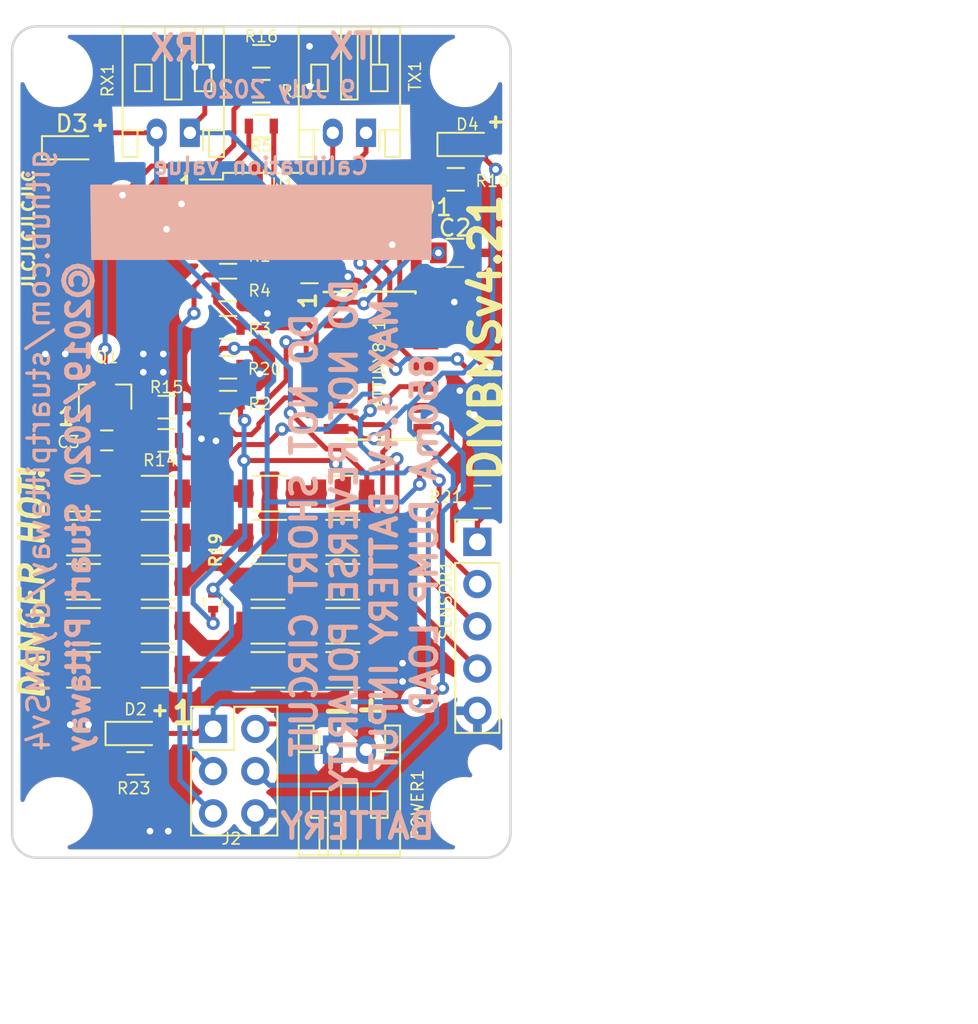
<source format=kicad_pcb>
(kicad_pcb (version 20211014) (generator pcbnew)
  (layers (0 "F.Cu" signal) (31 "B.Cu" signal) (34 "B.Paste" user) (35 "F.Paste" user) (36 "B.SilkS" user "B.Silkscreen") (37 "F.SilkS" user "F.Silkscreen") (38 "B.Mask" user) (39 "F.Mask" user) (44 "Edge.Cuts" user))
  (net 0 "")
  (net 1 "GND")
  (net 2 "VCC")
  (net 3 "RXD0")
  (net 4 "ENABLE")
  (net 5 "TXD0")
  (net 6 "Net-(R6-Pad2)")
  (net 7 "Net-(R7-Pad2)")
  (net 8 "Net-(R10-Pad1)")
  (net 9 "Net-(R11-Pad1)")
  (net 10 "Net-(R10-Pad2)")
  (net 11 "Net-(R11-Pad2)")
  (net 12 "Net-(Q1-Pad3)")
  (net 13 "Net-(D3-Pad1)")
  (net 14 "Net-(D4-Pad1)")
  (net 15 "2_VOLT")
  (net 16 "DUMP_LOAD_ENABLE")
  (net 17 "Net-(C3-Pad1)")
  (net 18 "Net-(TX1-Pad1)")
  (net 19 "Net-(TX1-Pad2)")
  (net 20 "Net-(D2-Pad1)")
  (net 21 "Net-(ATTINY841-Pad2)")
  (net 22 "Net-(ATTINY841-Pad3)")
  (net 23 "Net-(ATTINY841-Pad4)")
  (net 24 "Net-(ATTINY841-Pad5)")
  (net 25 "Net-(ATTINY841-Pad7)")
  (net 26 "Net-(ATTINY841-Pad8)")
  (net 27 "Net-(ATTINY841-Pad9)")
  (net 28 "Net-(R22-Pad2)")
  (net 29 "Net-(R24-Pad2)")
  (net 30 "Net-(R25-Pad2)")
  (net 31 "Net-(R26-Pad2)")
  (net 32 "Net-(R27-Pad2)")
  (net 33 "Net-(R28-Pad2)")
  (net 34 "Net-(R31-Pad2)")
  (net 35 "Net-(R32-Pad2)")
  (net 36 "Net-(R33-Pad2)")
  (net 37 "Net-(R5-Pad1)")
  (footprint "Resistors_SMD:R_0603" (layer "F.Cu") (at 116.9176 53.9876)
    (fp_text reference "R5")
    (fp_text value "220OHMS")
  )
  (footprint "Housings_SSOP:SOP-4_4.4x2.8mm_Pitch1.27mm" (layer "F.Cu") (at 117.0176 58.3876)
    (fp_text reference "U1")
    (fp_text value "EL3H7(B)(TA)-G")
  )
  (footprint "TO_SOT_Packages_SMD:SOT-23" (layer "F.Cu") (at 107.5176 70.2876 90)
    (fp_text reference "Q1")
    (fp_text value "AO3400A")
  )
  (footprint "Connectors_JST:JST_PH_S2B-PH-K_02x2.00mm_Angled" (layer "F.Cu") (at 121.2176 91.4876)
    (fp_text reference "POWER1")
    (fp_text value "Battery" hide)
  )
  (footprint "Connectors_JST:JST_PH_S2B-PH-K_02x2.00mm_Angled" (layer "F.Cu") (at 112.6176 54.3876 180)
    (fp_text reference "RX1")
    (fp_text value "RX Connector")
  )
  (footprint "Resistors_SMD:R_0603" (layer "F.Cu") (at 128.6176 57.1876 180)
    (fp_text reference "R18")
    (fp_text value "2.2KOHMS")
  )
  (footprint "Pin_Headers:Pin_Header_Straight_1x05_Pitch2.54mm" (layer "F.Cu") (at 129.9176 78.9876)
    (fp_text reference "SENSOR1")
    (fp_text value "Remote temp input 47K @ 25oC")
  )
  (footprint "Resistors_SMD:R_0603" (layer "F.Cu") (at 111.2176 72.8876)
    (fp_text reference "R14")
    (fp_text value "510OHMS")
  )
  (footprint "Capacitors_SMD:C_0603" (layer "F.Cu") (at 107.6176 72.8876)
    (fp_text reference "C3")
    (fp_text value "10uF X5R")
  )
  (footprint "Mounting_Holes:MountingHole_3.2mm_M3" (layer "F.Cu") (at 104.6676 95.2376)
    (fp_text reference "REF**" hide)
    (fp_text value "MountingHole_3.2mm_M3" hide)
  )
  (footprint "Mounting_Holes:MountingHole_3.2mm_M3" (layer "F.Cu") (at 129.1676 95.2376)
    (fp_text reference "REF**" hide)
    (fp_text value "MountingHole_3.2mm_M3" hide)
  )
  (footprint "Resistors_SMD:R_0603" (layer "F.Cu") (at 111.2176 70.8876)
    (fp_text reference "R15")
    (fp_text value "47KOHMS")
  )
  (footprint "Mounting_Holes:MountingHole_3.2mm_M3" (layer "F.Cu") (at 104.6676 50.7376)
    (fp_text reference "REF**" hide)
    (fp_text value "MountingHole_3.2mm_M3" hide)
  )
  (footprint "Mounting_Holes:MountingHole_3.2mm_M3" (layer "F.Cu") (at 129.1676 50.7376)
    (fp_text reference "REF**" hide)
    (fp_text value "MountingHole_3.2mm_M3" hide)
  )
  (footprint "LEDs:LED_0805" (layer "F.Cu") (at 129.3176 55.0876)
    (fp_text reference "D4")
    (fp_text value "Green")
  )
  (footprint "LEDs:LED_0805" (layer "F.Cu") (at 109.3426 90.5126)
    (fp_text reference "D2")
    (fp_text value "Blue")
  )
  (footprint "Resistors_SMD:R_0603" (layer "F.Cu") (at 109.3426 92.3126 180)
    (fp_text reference "R23")
    (fp_text value "1.8KOHMS" hide)
  )
  (footprint "Pin_Headers:Pin_Header_Straight_2x03_Pitch2.54mm" (layer "F.Cu") (at 114.0176 90.2376)
    (fp_text reference "J2")
    (fp_text value "AVR-ISP-6" hide)
  )
  (footprint "Capacitors_SMD:C_0805" (layer "F.Cu") (at 119.8176 62.5876)
    (fp_text reference "C1")
    (fp_text value "100nF")
  )
  (footprint "Resistors_SMD:R_0603" (layer "F.Cu") (at 116.9176 51.8876)
    (fp_text reference "R17")
    (fp_text value "2.2KOHMS")
  )
  (footprint "Resistors_SMD:R_0603" (layer "F.Cu") (at 116.9176 49.7876)
    (fp_text reference "R16")
    (fp_text value "4.7KOHMS")
  )
  (footprint "Connectors_JST:JST_PH_S2B-PH-K_02x2.00mm_Angled" (layer "F.Cu") (at 123.2176 54.3876 180)
    (fp_text reference "TX1")
    (fp_text value "TX Connector")
  )
  (footprint "Resistors_SMD:R_0603" (layer "F.Cu") (at 130.2176 76.2876 180)
    (fp_text reference "R21")
    (fp_text value "47KOHMS")
  )
  (footprint "Resistors_SMD:R_0603" (layer "F.Cu") (at 114.9176 70.5876)
    (fp_text reference "R2")
    (fp_text value "1KOHMS")
  )
  (footprint "Resistors_SMD:R_0603" (layer "F.Cu") (at 114.9176 63.8376)
    (fp_text reference "R4")
    (fp_text value "27KOHMS")
  )
  (footprint "Resistors_SMD:R_0603" (layer "F.Cu") (at 114.9176 66.0876)
    (fp_text reference "R3")
    (fp_text value "68KOHMS" hide)
  )
  (footprint "Housings_SOIC:SOIC-14_3.9x8.7mm_Pitch1.27mm" (layer "F.Cu") (at 124.1176 68.3876)
    (fp_text reference "ATTINY841")
    (fp_text value "ATtiny841-SSU")
  )
  (footprint "Resistors_SMD:R_0603" (layer "F.Cu") (at 114.9176 61.5876)
    (fp_text reference "R1")
    (fp_text value "10KOHMS")
  )
  (footprint "Resistors_SMD:R_1206" (layer "F.Cu") (at 110.7176 86.6876 180)
    (fp_text reference "R27" hide)
    (fp_text value "6.2OHMS")
  )
  (footprint "Resistors_SMD:R_1206" (layer "F.Cu") (at 117.3176 84.0376 180)
    (fp_text reference "R26" hide)
    (fp_text value "6.2OHMS")
  )
  (footprint "Resistors_SMD:R_1206" (layer "F.Cu") (at 110.7176 84.0376 180)
    (fp_text reference "R28" hide)
    (fp_text value "6.2OHMS")
  )
  (footprint "Resistors_SMD:R_1206" (layer "F.Cu") (at 106.2176 86.6876 180)
    (fp_text reference "R29" hide)
    (fp_text value "6.2OHMS")
  )
  (footprint "Resistors_SMD:R_1206" (layer "F.Cu") (at 106.2176 84.0376 180)
    (fp_text reference "R30" hide)
    (fp_text value "6.2OHMS")
  )
  (footprint "Resistors_SMD:R_1206" (layer "F.Cu") (at 121.8176 84.0376 180)
    (fp_text reference "R24" hide)
    (fp_text value "6.2OHMS")
  )
  (footprint "Resistors_SMD:R_1206" (layer "F.Cu") (at 117.3176 86.6876 180)
    (fp_text reference "R25" hide)
    (fp_text value "6.2OHMS")
  )
  (footprint "Resistors_SMD:R_1206" (layer "F.Cu") (at 121.8176 86.6876 180)
    (fp_text reference "R22" hide)
    (fp_text value "6.2OHMS")
  )
  (footprint "Resistors_SMD:R_1206" (layer "F.Cu") (at 106.2176 78.7376 180)
    (fp_text reference "R13" hide)
    (fp_text value "6.2OHMS")
  )
  (footprint "Resistors_SMD:R_1206" (layer "F.Cu") (at 106.2176 81.3876 180)
    (fp_text reference "R12" hide)
    (fp_text value "6.2OHMS")
  )
  (footprint "Resistors_SMD:R_1206" (layer "F.Cu") (at 110.7176 78.7376 180)
    (fp_text reference "R11" hide)
    (fp_text value "6.2OHMS")
  )
  (footprint "Resistors_SMD:R_1206" (layer "F.Cu") (at 110.7176 81.3876 180)
    (fp_text reference "R10" hide)
    (fp_text value "6.2OHMS")
  )
  (footprint "Resistors_SMD:R_1206" (layer "F.Cu") (at 117.4176 78.7376 180)
    (fp_text reference "R9" hide)
    (fp_text value "6.2OHMS")
  )
  (footprint "Resistors_SMD:R_1206" (layer "F.Cu") (at 117.3176 81.3876 180)
    (fp_text reference "R8" hide)
    (fp_text value "6.2OHMS")
  )
  (footprint "Resistors_SMD:R_1206" (layer "F.Cu") (at 121.8176 78.7376 180)
    (fp_text reference "R7" hide)
    (fp_text value "6.2OHMS")
  )
  (footprint "Resistors_SMD:R_1206" (layer "F.Cu") (at 121.8176 81.3876 180)
    (fp_text reference "R6" hide)
    (fp_text value "6.2OHMS")
  )
  (footprint "Resistors_SMD:R_0603" (layer "F.Cu") (at 114.9176 68.4876)
    (fp_text reference "R20")
    (fp_text value "47KOHMS")
  )
  (footprint "Resistors_SMD:R_1206" (layer "F.Cu") (at 121.8176 76.0876 180)
    (fp_text reference "R31" hide)
    (fp_text value "6.2OHMS")
  )
  (footprint "Resistors_SMD:R_1206" (layer "F.Cu") (at 110.7176 76.0876 180)
    (fp_text reference "R33" hide)
    (fp_text value "6.2OHMS")
  )
  (footprint "Resistors_SMD:R_1206" (layer "F.Cu") (at 117.4176 76.0876 180)
    (fp_text reference "R32" hide)
    (fp_text value "6.2OHMS")
  )
  (footprint "Resistors_SMD:R_1206" (layer "F.Cu") (at 106.2176 76.0876 180)
    (fp_text reference "R34" hide)
    (fp_text value "6.2OHMS")
  )
  (footprint "Resistors_SMD:R_0402" (layer "F.Cu") (at 114.0176 82.5876 90)
    (fp_text reference "R19")
    (fp_text value "NTC THERMISTOR 47KOHMS 4050K")
  )
  (footprint "TO_SOT_Packages_SMD:SOT-23" (layer "F.Cu") (at 124.7176 58.7876 90)
    (fp_text reference "D1")
    (fp_text value "TL432G-A-AE3-R")
  )
  (footprint "LEDs:LED_0805" (layer "F.Cu") (at 105.5176 55.2876)
    (fp_text reference "D3")
    (fp_text value "Red")
  )
  (footprint "Capacitors_SMD:C_0805" (layer "F.Cu") (at 128.57236 61.60972)
    (fp_text reference "C2")
    (fp_text value "1uF")
  )
  (gr_poly (pts (xy 106.7322 61.9876) (xy 127.103 61.9876) (xy 127.142 57.5532) (xy 106.6696 57.5532)) (layer "B.SilkS") (width 0.1) (fill solid))
  (gr_line (start 103.4176 47.9876) (end 130.4176 47.9876) (layer "Edge.Cuts") (width 0.15))
  (gr_line (start 131.9176 49.4876) (end 131.9176 96.4876) (layer "Edge.Cuts") (width 0.15))
  (gr_line (start 130.4176 97.9876) (end 103.4176 97.9876) (layer "Edge.Cuts") (width 0.15))
  (gr_line (start 101.9176 96.4876) (end 101.9176 49.4876) (layer "Edge.Cuts") (width 0.15))
  (gr_arc (start 101.9176 49.4876) (mid 102.35694 48.42694) (end 103.4176 47.9876) (layer "Edge.Cuts") (width 0.15))
  (gr_arc (start 103.4176 97.9876) (mid 102.35694 97.54826) (end 101.9176 96.4876) (layer "Edge.Cuts") (width 0.15))
  (gr_arc (start 131.9176 96.4876) (mid 131.47826 97.54826) (end 130.4176 97.9876) (layer "Edge.Cuts") (width 0.15))
  (gr_arc (start 130.4176 47.9876) (mid 131.47826 48.42694) (end 131.9176 49.4876) (layer "Edge.Cuts") (width 0.15))
  (gr_text "©2019/2020 Stuart Pittaway" (at 105.9176 76.8876 90) (layer "B.SilkS") (effects (font (size 1.3 1.3) (thickness 0.3)) (justify mirror)))
  (gr_text "github.com/stuartpittaway/diyBMSv4" (at 103.5176 73.4876 90) (layer "B.SilkS") (effects (font (size 1.3 1.3) (thickness 0.2)) (justify mirror)))
  (gr_text "9 July 2020" (at 113.2176 51.7876) (layer "B.SilkS") (effects (font (size 1 1) (thickness 0.2)) (justify right mirror)))
  (gr_text "DO NOT SHORT CIRCUIT\nDO NOT REVERSE POLARITY\nMAX 4.4V BATTERY INPUT\n850mA DUMP LOAD" (at 123.1176 78.5876 90) (layer "B.SilkS") (effects (font (size 1.5 1.5) (thickness 0.3)) (justify mirror)))
  (gr_text "Calibration value" (at 116.8804 56.3848) (layer "B.SilkS") (effects (font (size 1 1) (thickness 0.2)) (justify mirror)))
  (gr_text "RX" (at 111.7176 49.2876) (layer "B.SilkS") (effects (font (size 1.5 1.5) (thickness 0.3)) (justify mirror)))
  (gr_text "TX" (at 122.3176 49.1876) (layer "B.SilkS") (effects (font (size 1.5 1.5) (thickness 0.3)) (justify mirror)))
  (gr_text "BATTERY" (at 122.7176 96.0876) (layer "B.SilkS") (effects (font (size 1.5 1.5) (thickness 0.3)) (justify mirror)))
  (gr_text "1" (at 112.2176 89.2876) (layer "F.SilkS") (effects (font (size 1.3 1.3) (thickness 0.3))))
  (gr_text "DANGER HOT!" (at 103.1176 81.4876 90) (layer "F.SilkS") (effects (font (size 1.4 1.4) (thickness 0.3) italic)))
  (gr_text "1" (at 112.4176 57.4876) (layer "F.SilkS") (effects (font (size 1 1) (thickness 0.2))))
  (gr_text "1" (at 123.9176 61.2376) (layer "F.SilkS") (effects (font (size 1 1) (thickness 0.2))))
  (gr_text "1" (at 105.1676 71.4876) (layer "F.SilkS") (effects (font (size 1 1) (thickness 0.2))))
  (gr_text "+" (at 107.2176 53.8876) (layer "F.SilkS") (effects (font (size 0.8 0.8) (thickness 0.2))))
  (gr_text "+" (at 131.0176 53.6876) (layer "F.SilkS") (effects (font (size 0.8 0.8) (thickness 0.2))))
  (gr_text "+" (at 110.8176 89.0876) (layer "F.SilkS") (effects (font (size 0.8 0.8) (thickness 0.2))))
  (gr_text "+" (at 123.5176 88.9876) (layer "F.SilkS") (effects (font (size 1.5 1.5) (thickness 0.3))))
  (gr_text "JLCJLCJLCJLC" (at 102.9176 60.2376 90) (layer "F.SilkS") (effects (font (size 0.7 0.7) (thickness 0.17))))
  (gr_text "DIYBMSv4.21" (at 130.4176 57.8876 90) (layer "F.SilkS") (effects (font (size 1.8 1.8) (thickness 0.38)) (justify right)))
  (gr_text "-" (at 121.5176 89.2876 180) (layer "F.SilkS") (effects (font (size 1.5 1.5) (thickness 0.3))))
  (gr_text "1" (at 119.7176 64.4876 90) (layer "F.SilkS") (effects (font (size 1 1) (thickness 0.2))))
  (segment (start 120.2176 94.3376) (end 120.2176 95.0376) (width 1) (layer "F.Cu") (net 1))
  (segment (start 130.17345 75.505384) (end 130.17345 74.939699) (width 0.3) (layer "F.Cu") (net 1))
  (segment (start 121.6737 62.5876) (end 121.725841 62.639741) (width 0.3) (layer "F.Cu") (net 1))
  (segment (start 130.0176 76.2876) (end 130.17345 76.13175) (width 0.3) (layer "F.Cu") (net 1))
  (segment (start 130.17345 76.13175) (end 130.17345 75.505384) (width 0.3) (layer "F.Cu") (net 1))
  (segment (start 128.52294 64.5776) (end 128.53172 64.56882) (width 0.3) (layer "F.Cu") (net 1))
  (segment (start 115.6676 68.4876) (end 116.417601 68.487601) (width 0.3) (layer "F.Cu") (net 1))
  (segment (start 121.2176 91.4876) (end 121.2176 92.1376) (width 0.3) (layer "F.Cu") (net 1))
  (segment (start 121.2176 92.1376) (end 118.0376 95.3176) (width 0.3) (layer "F.Cu") (net 1))
  (segment (start 116.417601 68.487601) (end 116.8176 68.8876) (width 0.3) (layer "F.Cu") (net 1))
  (segment (start 108.3676 71.3876) (end 108.4676 71.2876) (width 0.3) (layer "F.Cu") (net 1))
  (segment (start 121.2176 93.3376) (end 120.2176 94.3376) (width 1) (layer "F.Cu") (net 1))
  (segment (start 108.3676 72.8876) (end 108.3676 71.3876) (width 0.3) (layer "F.Cu") (net 1))
  (segment (start 121.2176 91.4876) (end 121.2176 93.3376) (width 1) (layer "F.Cu") (net 1))
  (segment (start 118.0376 95.3176) (end 116.5576 95.3176) (width 0.3) (layer "F.Cu") (net 1))
  (segment (start 126.8176 64.5776) (end 128.52294 64.5776) (width 0.3) (layer "F.Cu") (net 1))
  (segment (start 129.4676 76.2876) (end 130.0176 76.2876) (width 0.3) (layer "F.Cu") (net 1))
  (segment (start 120.8176 62.5876) (end 121.6737 62.5876) (width 0.3) (layer "F.Cu") (net 1))
  (segment (start 121.725841 62.639741) (end 122.12584 63.03974) (width 0.3) (layer "F.Cu") (net 1))
  (via (at 109.8176 68.7876) (size 0.8) (drill 0.4) (layers "F.Cu" "B.Cu") (net 1))
  (via (at 111.0176 68.7876) (size 0.8) (drill 0.4) (layers "F.Cu" "B.Cu") (net 1))
  (via (at 103.9176 67.6876) (size 0.8) (drill 0.4) (layers "F.Cu" "B.Cu") (net 1))
  (via (at 105.1176 67.6876) (size 0.8) (drill 0.4) (layers "F.Cu" "B.Cu") (net 1))
  (via (at 113.3176 72.7876) (size 0.8) (drill 0.4) (layers "F.Cu" "B.Cu") (net 1))
  (via (at 113.934889 50.409368) (size 0.8) (drill 0.4) (layers "F.Cu" "B.Cu") (net 1))
  (via (at 112.9176 50.43761) (size 0.8) (drill 0.4) (layers "F.Cu" "B.Cu") (net 1))
  (via (at 117.287772 65.254798) (size 0.8) (drill 0.4) (layers "F.Cu" "B.Cu") (net 1))
  (via (at 112.1176 58.6626) (size 0.8) (drill 0.4) (layers "F.Cu" "B.Cu") (net 1))
  (via (at 128.53172 64.56882) (size 0.8) (drill 0.4) (layers "F.Cu" "B.Cu") (net 1))
  (via (at 116.8176 68.8876) (size 0.8) (drill 0.4) (layers "F.Cu" "B.Cu") (net 1))
  (via (at 106.5176 89.9876) (size 0.8) (drill 0.4) (layers "F.Cu" "B.Cu") (net 1))
  (via (at 125.4176 87.3876) (size 0.8) (drill 0.4) (layers "F.Cu" "B.Cu") (net 1))
  (via (at 129.73314 71.34046) (size 0.8) (drill 0.4) (layers "F.Cu" "B.Cu") (net 1))
  (via (at 130.67294 68.46772) (size 0.8) (drill 0.4) (layers "F.Cu" "B.Cu") (net 1))
  (via (at 110.2176 96.3876) (size 0.8) (drill 0.4) (layers "F.Cu" "B.Cu") (net 1))
  (via (at 125.4176 86.2876) (size 0.8) (drill 0.4) (layers "F.Cu" "B.Cu") (net 1))
  (via (at 111.3176 96.3876) (size 0.8) (drill 0.4) (layers "F.Cu" "B.Cu") (net 1))
  (via (at 128.86192 69.89774) (size 0.8) (drill 0.4) (layers "F.Cu" "B.Cu") (net 1))
  (via (at 119.8176 49.1876) (size 0.8) (drill 0.4) (layers "F.Cu" "B.Cu") (net 1))
  (via (at 122.12584 63.03974) (size 0.8) (drill 0.4) (layers "F.Cu" "B.Cu") (net 1))
  (via (at 105.4176 89.9876) (size 0.8) (drill 0.4) (layers "F.Cu" "B.Cu") (net 1))
  (via (at 109.8176 67.6876) (size 0.8) (drill 0.4) (layers "F.Cu" "B.Cu") (net 1))
  (via (at 119.8176 51.5876) (size 0.8) (drill 0.4) (layers "F.Cu" "B.Cu") (net 1))
  (via (at 114.18755 72.91765) (size 0.8) (drill 0.4) (layers "F.Cu" "B.Cu") (net 1))
  (via (at 111.0176 67.6876) (size 0.8) (drill 0.4) (layers "F.Cu" "B.Cu") (net 1))
  (segment (start 123.2176 86.7376) (end 123.2676 86.6876) (width 1) (layer "F.Cu") (net 2))
  (segment (start 123.2676 86.6876) (end 123.2676 84.0376) (width 1) (layer "F.Cu") (net 2))
  (segment (start 114.1676 61.5876) (end 112.6176 61.5876) (width 0.3) (layer "F.Cu") (net 2))
  (segment (start 121.917601 89.937601) (end 123.2176 91.2376) (width 0.3) (layer "F.Cu") (net 2))
  (segment (start 118.8176 62.5876) (end 118.8176 63.0276) (width 0.3) (layer "F.Cu") (net 2))
  (segment (start 107.5176 54.3876) (end 106.6176 55.2876) (width 0.3) (layer "F.Cu") (net 2))
  (segment (start 123.2676 78.7376) (end 123.2676 81.3876) (width 1) (layer "F.Cu") (net 2))
  (segment (start 121.4176 64.5776) (end 122.99568 64.5776) (width 0.3) (layer "F.Cu") (net 2))
  (segment (start 123.2176 91.4876) (end 123.2176 86.7376) (width 1) (layer "F.Cu") (net 2))
  (segment (start 110.6176 54.3876) (end 107.5176 54.3876) (width 0.3) (layer "F.Cu") (net 2))
  (segment (start 114.867601 60.687599) (end 114.1676 61.3876) (width 0.3) (layer "F.Cu") (net 2))
  (segment (start 118.0176 62.5876) (end 116.117599 60.687599) (width 0.3) (layer "F.Cu") (net 2))
  (segment (start 123.2676 81.3876) (end 123.2676 84.0376) (width 1) (layer "F.Cu") (net 2))
  (segment (start 123.2176 91.2376) (end 123.2176 91.4876) (width 0.3) (layer "F.Cu") (net 2))
  (segment (start 118.8176 63.0276) (end 120.3676 64.5776) (width 0.3) (layer "F.Cu") (net 2))
  (segment (start 120.83548 73.40548) (end 118.668648 71.238648) (width 0.3) (layer "F.Cu") (net 2))
  (segment (start 123.2676 76.0876) (end 123.2676 74.97904) (width 0.3) (layer "F.Cu") (net 2))
  (segment (start 120.3676 64.5776) (end 121.4176 64.5776) (width 0.3) (layer "F.Cu") (net 2))
  (segment (start 122.99568 64.5776) (end 123.08342 64.66534) (width 0.3) (layer "F.Cu") (net 2))
  (segment (start 123.2676 76.0876) (end 123.2676 78.7376) (width 1) (layer "F.Cu") (net 2))
  (segment (start 116.117599 60.687599) (end 114.867601 60.687599) (width 0.3) (layer "F.Cu") (net 2))
  (segment (start 114.1676 61.3876) (end 114.1676 61.5876) (width 0.3) (layer "F.Cu") (net 2))
  (segment (start 116.857599 89.937601) (end 121.917601 89.937601) (width 0.3) (layer "F.Cu") (net 2))
  (segment (start 112.6176 61.5876) (end 111.2176 60.1876) (width 0.3) (layer "F.Cu") (net 2))
  (segment (start 123.2676 74.97904) (end 121.69404 73.40548) (width 0.3) (layer "F.Cu") (net 2))
  (segment (start 118.8176 62.5876) (end 118.0176 62.5876) (width 0.3) (layer "F.Cu") (net 2))
  (segment (start 121.69404 73.40548) (end 120.83548 73.40548) (width 0.3) (layer "F.Cu") (net 2))
  (segment (start 116.5576 90.2376) (end 116.857599 89.937601) (width 0.3) (layer "F.Cu") (net 2))
  (via (at 127.57236 61.60972) (size 0.8) (drill 0.4) (layers "F.Cu" "B.Cu") (net 2))
  (via (at 111.2176 60.1876) (size 0.8) (drill 0.4) (layers "F.Cu" "B.Cu") (net 2))
  (via (at 123.08342 64.66534) (size 0.8) (drill 0.4) (layers "F.Cu" "B.Cu") (net 2))
  (via (at 118.668648 71.238648) (size 0.8) (drill 0.4) (layers "F.Cu" "B.Cu") (net 2))
  (segment (start 127.57236 61.60972) (end 126.13904 61.60972) (width 0.3) (layer "B.Cu") (net 2))
  (segment (start 123.483419 64.265341) (end 123.08342 64.66534) (width 0.3) (layer "B.Cu") (net 2))
  (segment (start 111.2176 61.129855) (end 118.668648 68.580903) (width 0.3) (layer "B.Cu") (net 2))
  (segment (start 110.6176 59.5876) (end 111.2176 60.1876) (width 0.3) (layer "B.Cu") (net 2))
  (segment (start 118.668648 68.580903) (end 118.668648 71.238648) (width 0.3) (layer "B.Cu") (net 2))
  (segment (start 110.6176 54.3876) (end 110.6176 59.5876) (width 0.3) (layer "B.Cu") (net 2))
  (segment (start 126.13904 61.60972) (end 123.483419 64.265341) (width 0.3) (layer "B.Cu") (net 2))
  (segment (start 111.2176 60.1876) (end 111.2176 61.129855) (width 0.3) (layer "B.Cu") (net 2))
  (segment (start 113.5176 52.667598) (end 113.5176 53.2376) (width 0.3) (layer "F.Cu") (net 3))
  (segment (start 116.867601 50.787599) (end 115.397599 50.787599) (width 0.3) (layer "F.Cu") (net 3))
  (segment (start 115.397599 50.787599) (end 113.5176 52.667598) (width 0.3) (layer "F.Cu") (net 3))
  (segment (start 126.3676 68.3876) (end 124.050018 66.070018) (width 0.3) (layer "F.Cu") (net 3))
  (segment (start 117.6676 49.7876) (end 117.6676 49.9876) (width 0.3) (layer "F.Cu") (net 3))
  (segment (start 123.265259 62.625316) (end 122.86526 62.225317) (width 0.3) (layer "F.Cu") (net 3))
  (segment (start 112.6176 54.1376) (end 112.6176 54.3876) (width 0.3) (layer "F.Cu") (net 3))
  (segment (start 117.6676 49.9876) (end 116.867601 50.787599) (width 0.3) (layer "F.Cu") (net 3))
  (segment (start 126.8176 68.3876) (end 126.3676 68.3876) (width 0.3) (layer "F.Cu") (net 3))
  (segment (start 124.050018 66.070018) (end 124.050018 63.410075) (width 0.3) (layer "F.Cu") (net 3))
  (segment (start 113.5176 53.2376) (end 112.6176 54.1376) (width 0.3) (layer "F.Cu") (net 3))
  (segment (start 124.050018 63.410075) (end 123.265259 62.625316) (width 0.3) (layer "F.Cu") (net 3))
  (via (at 122.86526 62.225317) (size 0.8) (drill 0.4) (layers "F.Cu" "B.Cu") (net 3))
  (segment (start 122.465261 61.825318) (end 122.86526 62.225317) (width 0.3) (layer "B.Cu") (net 3))
  (segment (start 115.027543 54.3876) (end 122.465261 61.825318) (width 0.3) (layer "B.Cu") (net 3))
  (segment (start 112.6176 54.3876) (end 115.027543 54.3876) (width 0.3) (layer "B.Cu") (net 3))
  (segment (start 124.248814 71.936911) (end 123.060312 71.936911) (width 0.3) (layer "F.Cu") (net 4))
  (segment (start 118.335602 70.3276) (end 116.767601 71.895601) (width 0.3) (layer "F.Cu") (net 4))
  (segment (start 114.1676 70.2376) (end 114.1676 70.5876) (width 0.3) (layer "F.Cu") (net 4))
  (segment (start 121.4176 70.9276) (end 120.3676 70.9276) (width 0.3) (layer "F.Cu") (net 4))
  (segment (start 116.325601 72.537601) (end 115.367601 72.537601) (width 0.3) (layer "F.Cu") (net 4))
  (segment (start 124.593078 72.281175) (end 124.248814 71.936911) (width 0.3) (layer "F.Cu") (net 4))
  (segment (start 124.593078 73.220998) (end 124.593078 72.281175) (width 0.3) (layer "F.Cu") (net 4))
  (segment (start 114.1676 66.8376) (end 113.1176 67.8876) (width 0.3) (layer "F.Cu") (net 4))
  (segment (start 116.767601 71.895601) (end 116.767601 72.095601) (width 0.3) (layer "F.Cu") (net 4))
  (segment (start 115.367601 72.537601) (end 114.1676 71.3376) (width 0.3) (layer "F.Cu") (net 4))
  (segment (start 122.651001 71.5276) (end 122.4676 71.5276) (width 0.3) (layer "F.Cu") (net 4))
  (segment (start 113.1176 67.8876) (end 113.1176 69.1876) (width 0.3) (layer "F.Cu") (net 4))
  (segment (start 113.1176 69.1876) (end 114.1676 70.2376) (width 0.3) (layer "F.Cu") (net 4))
  (segment (start 124.227318 73.586758) (end 124.593078 73.220998) (width 0.3) (layer "F.Cu") (net 4))
  (segment (start 129.9176 86.6076) (end 124.227318 80.917318) (width 0.3) (layer "F.Cu") (net 4))
  (segment (start 124.227318 80.917318) (end 124.227318 73.586758) (width 0.3) (layer "F.Cu") (net 4))
  (segment (start 123.060312 71.936911) (end 122.651001 71.5276) (width 0.3) (layer "F.Cu") (net 4))
  (segment (start 122.4676 71.5276) (end 121.8676 70.9276) (width 0.3) (layer "F.Cu") (net 4))
  (segment (start 114.1676 71.3376) (end 114.1676 70.5876) (width 0.3) (layer "F.Cu") (net 4))
  (segment (start 116.767601 72.095601) (end 116.325601 72.537601) (width 0.3) (layer "F.Cu") (net 4))
  (segment (start 120.3676 70.9276) (end 119.7676 70.3276) (width 0.3) (layer "F.Cu") (net 4))
  (segment (start 114.1676 66.0876) (end 114.1676 66.8376) (width 0.3) (layer "F.Cu") (net 4))
  (segment (start 119.7676 70.3276) (end 118.335602 70.3276) (width 0.3) (layer "F.Cu") (net 4))
  (segment (start 121.8676 70.9276) (end 121.4176 70.9276) (width 0.3) (layer "F.Cu") (net 4))
  (segment (start 122.21634 60.358398) (end 118.804418 60.358398) (width 0.3) (layer "F.Cu") (net 5))
  (segment (start 124.650029 65.400029) (end 124.650029 62.792087) (width 0.3) (layer "F.Cu") (net 5))
  (segment (start 126.3676 67.1176) (end 124.650029 65.400029) (width 0.3) (layer "F.Cu") (net 5))
  (segment (start 118.804418 60.358398) (end 117.6676 59.22158) (width 0.3) (layer "F.Cu") (net 5))
  (segment (start 124.650029 62.792087) (end 122.21634 60.358398) (width 0.3) (layer "F.Cu") (net 5))
  (segment (start 117.6676 59.22158) (end 117.6676 54.7376) (width 0.3) (layer "F.Cu") (net 5))
  (segment (start 117.6676 54.7376) (end 117.6676 53.9876) (width 0.3) (layer "F.Cu") (net 5))
  (segment (start 126.8176 67.1176) (end 126.3676 67.1176) (width 0.3) (layer "F.Cu") (net 5))
  (segment (start 118.7676 81.3876) (end 120.3676 81.3876) (width 1) (layer "F.Cu") (net 6))
  (segment (start 118.8676 78.6876) (end 120.3676 78.6876) (width 1) (layer "F.Cu") (net 7))
  (segment (start 113.417589 80.237611) (end 114.617611 80.237611) (width 1) (layer "F.Cu") (net 8))
  (segment (start 112.1676 81.4876) (end 113.417589 80.237611) (width 1) (layer "F.Cu") (net 8))
  (segment (start 114.617611 80.237611) (end 115.8676 81.4876) (width 1) (layer "F.Cu") (net 8))
  (segment (start 115.9676 78.7376) (end 112.1676 78.7376) (width 1) (layer "F.Cu") (net 9))
  (segment (start 109.2676 81.3876) (end 107.6676 81.3876) (width 1) (layer "F.Cu") (net 10))
  (segment (start 107.6676 78.7376) (end 109.2676 78.7376) (width 1) (layer "F.Cu") (net 11))
  (segment (start 106.117598 69.0876) (end 107.3176 69.0876) (width 1) (layer "F.Cu") (net 12))
  (segment (start 114.0176 56.3876) (end 110.3176 56.3876) (width 0.3) (layer "F.Cu") (net 12))
  (segment (start 107.3176 69.0876) (end 107.5176 69.2876) (width 1) (layer "F.Cu") (net 12))
  (segment (start 104.7676 86.6876) (end 104.624909 86.544909) (width 1) (layer "F.Cu") (net 12))
  (segment (start 104.624909 71.443451) (end 104.99918 71.06918) (width 1) (layer "F.Cu") (net 12))
  (segment (start 115.267599 55.137601) (end 114.0176 56.3876) (width 0.3) (layer "F.Cu") (net 12))
  (segment (start 104.99918 70.206018) (end 106.117598 69.0876) (width 1) (layer "F.Cu") (net 12))
  (segment (start 116.1676 52.0876) (end 115.267599 52.987601) (width 0.3) (layer "F.Cu") (net 12))
  (segment (start 107.5176 69.2876) (end 107.5176 67.387598) (width 0.3) (layer "F.Cu") (net 12))
  (segment (start 110.3176 56.3876) (end 108.5676 58.1376) (width 0.3) (layer "F.Cu") (net 12))
  (segment (start 115.267599 52.987601) (end 115.267599 55.137601) (width 0.3) (layer "F.Cu") (net 12))
  (segment (start 104.624909 86.544909) (end 104.624909 71.443451) (width 1) (layer "F.Cu") (net 12))
  (segment (start 104.99918 71.06918) (end 104.99918 70.206018) (width 1) (layer "F.Cu") (net 12))
  (segment (start 116.1676 51.8876) (end 116.1676 52.0876) (width 0.3) (layer "F.Cu") (net 12))
  (via (at 108.5676 58.1376) (size 0.8) (drill 0.4) (layers "F.Cu" "B.Cu") (net 12))
  (via (at 107.5176 67.387598) (size 0.8) (drill 0.4) (layers "F.Cu" "B.Cu") (net 12))
  (segment (start 107.5176 59.1876) (end 108.5676 58.1376) (width 0.3) (layer "B.Cu") (net 12))
  (segment (start 107.5176 67.387598) (end 107.5176 59.1876) (width 0.3) (layer "B.Cu") (net 12))
  (segment (start 114.6176 48.6876) (end 113.7176 49.5876) (width 0.3) (layer "F.Cu") (net 13))
  (segment (start 113.7176 49.5876) (end 109.5176 49.5876) (width 0.3) (layer "F.Cu") (net 13))
  (segment (start 118.6176 50.9376) (end 118.6176 49.227598) (width 0.3) (layer "F.Cu") (net 13))
  (segment (start 118.6176 49.227598) (end 118.077602 48.6876) (width 0.3) (layer "F.Cu") (net 13))
  (segment (start 118.077602 48.6876) (end 114.6176 48.6876) (width 0.3) (layer "F.Cu") (net 13))
  (segment (start 109.5176 49.5876) (end 104.4176 54.6876) (width 0.3) (layer "F.Cu") (net 13))
  (segment (start 117.6676 51.8876) (end 118.6176 50.9376) (width 0.3) (layer "F.Cu") (net 13))
  (segment (start 104.4176 54.6876) (end 104.4176 55.2876) (width 0.3) (layer "F.Cu") (net 13))
  (segment (start 127.9676 57.1876) (end 127.8676 57.1876) (width 0.3) (layer "F.Cu") (net 14))
  (segment (start 128.2176 56.8376) (end 128.2176 55.0876) (width 0.3) (layer "F.Cu") (net 14))
  (segment (start 127.8676 57.1876) (end 128.2176 56.8376) (width 0.3) (layer "F.Cu") (net 14))
  (segment (start 124.9676 59.7876) (end 124.79284 59.96236) (width 0.3) (layer "F.Cu") (net 15))
  (segment (start 124.392841 60.719501) (end 124.79284 61.1195) (width 0.3) (layer "F.Cu") (net 15))
  (segment (start 118.408132 69.297068) (end 118.408132 66.962306) (width 0.3) (layer "F.Cu") (net 15))
  (segment (start 115.6676 70.5876) (end 115.6676 71.4376) (width 0.3) (layer "F.Cu") (net 15))
  (segment (start 127.6176 75.2876) (end 127.6176 79.2276) (width 0.3) (layer "F.Cu") (net 15))
  (segment (start 126.8176 65.8476) (end 126.3676 65.8476) (width 0.3) (layer "F.Cu") (net 15))
  (segment (start 123.7676 60.09426) (end 124.392841 60.719501) (width 0.3) (layer "F.Cu") (net 15))
  (segment (start 123.7676 59.7376) (end 123.7676 60.09426) (width 0.3) (layer "F.Cu") (net 15))
  (segment (start 114.0176 83.0376) (end 114.0176 83.8876) (width 0.3) (layer "F.Cu") (net 15))
  (segment (start 115.6676 71.4376) (end 115.9176 71.6876) (width 0.3) (layer "F.Cu") (net 15))
  (segment (start 115.877103 74.097241) (end 121.183705 74.097241) (width 0.3) (layer "F.Cu") (net 15))
  (segment (start 125.25004 61.5767) (end 125.192839 61.519499) (width 0.3) (layer "F.Cu") (net 15))
  (segment (start 117.1176 70.5876) (end 118.408132 69.297068) (width 0.3) (layer "F.Cu") (net 15))
  (segment (start 125.6676 59.7876) (end 124.9676 59.7876) (width 0.3) (layer "F.Cu") (net 15))
  (segment (start 126.3676 65.8476) (end 125.25004 64.73004) (width 0.3) (layer "F.Cu") (net 15))
  (segment (start 127.6176 79.2276) (end 129.9176 81.5276) (width 0.3) (layer "F.Cu") (net 15))
  (segment (start 125.25004 64.73004) (end 125.25004 61.5767) (width 0.3) (layer "F.Cu") (net 15))
  (segment (start 115.6676 70.5876) (end 117.1176 70.5876) (width 0.3) (layer "F.Cu") (net 15))
  (segment (start 124.79284 59.96236) (end 124.79284 61.1195) (width 0.3) (layer "F.Cu") (net 15))
  (segment (start 125.192839 61.519499) (end 124.79284 61.1195) (width 0.3) (layer "F.Cu") (net 15))
  (segment (start 121.183705 74.097241) (end 121.395834 74.30937) (width 0.3) (layer "F.Cu") (net 15))
  (via (at 115.9176 71.6876) (size 0.8) (drill 0.4) (layers "F.Cu" "B.Cu") (net 15))
  (via (at 114.0176 83.8876) (size 0.8) (drill 0.4) (layers "F.Cu" "B.Cu") (net 15))
  (via (at 118.408132 66.962306) (size 0.8) (drill 0.4) (layers "F.Cu" "B.Cu") (net 15))
  (via (at 124.79284 61.1195) (size 0.8) (drill 0.4) (layers "F.Cu" "B.Cu") (net 15))
  (via (at 121.395834 74.30937) (size 0.8) (drill 0.4) (layers "F.Cu" "B.Cu") (net 15))
  (via (at 127.6176 75.2876) (size 0.8) (drill 0.4) (layers "F.Cu" "B.Cu") (net 15))
  (via (at 115.877103 74.097241) (size 0.8) (drill 0.4) (layers "F.Cu" "B.Cu") (net 15))
  (segment (start 114.0176 83.8876) (end 112.8176 82.6876) (width 0.3) (layer "B.Cu") (net 15))
  (segment (start 121.931225 74.844761) (end 121.795833 74.709369) (width 0.3) (layer "B.Cu") (net 15))
  (segment (start 124.79284 61.685185) (end 124.79284 61.1195) (width 0.3) (layer "B.Cu") (net 15))
  (segment (start 115.877103 71.728097) (end 115.9176 71.6876) (width 0.3) (layer "B.Cu") (net 15))
  (segment (start 125.518341 74.844761) (end 121.931225 74.844761) (width 0.3) (layer "B.Cu") (net 15))
  (segment (start 121.795833 74.709369) (end 121.395834 74.30937) (width 0.3) (layer "B.Cu") (net 15))
  (segment (start 112.8176 82.6876) (end 112.8176 81.7876) (width 0.3) (layer "B.Cu") (net 15))
  (segment (start 115.877103 74.097241) (end 115.877103 71.728097) (width 0.3) (layer "B.Cu") (net 15))
  (segment (start 115.9176 78.6876) (end 115.9176 74.137738) (width 0.3) (layer "B.Cu") (net 15))
  (segment (start 125.775504 74.587598) (end 125.518341 74.844761) (width 0.3) (layer "B.Cu") (net 15))
  (segment (start 118.408132 66.962306) (end 119.515719 66.962306) (width 0.3) (layer "B.Cu") (net 15))
  (segment (start 127.6176 75.2876) (end 126.917598 74.587598) (width 0.3) (layer "B.Cu") (net 15))
  (segment (start 115.9176 74.137738) (end 115.877103 74.097241) (width 0.3) (layer "B.Cu") (net 15))
  (segment (start 119.515719 66.962306) (end 124.79284 61.685185) (width 0.3) (layer "B.Cu") (net 15))
  (segment (start 126.917598 74.587598) (end 125.775504 74.587598) (width 0.3) (layer "B.Cu") (net 15))
  (segment (start 112.8176 81.7876) (end 115.9176 78.6876) (width 0.3) (layer "B.Cu") (net 15))
  (segment (start 115.609584 73.137612) (end 117.234475 73.137612) (width 0.3) (layer "F.Cu") (net 16))
  (segment (start 111.9676 72.8876) (end 111.9676 73.6376) (width 0.3) (layer "F.Cu") (net 16))
  (segment (start 114.809594 73.937602) (end 115.609584 73.137612) (width 0.3) (layer "F.Cu") (net 16))
  (segment (start 111.9676 73.6376) (end 112.267602 73.937602) (width 0.3) (layer "F.Cu") (net 16))
  (segment (start 117.758747 72.61334) (end 118.158746 72.213341) (width 0.3) (layer "F.Cu") (net 16))
  (segment (start 117.234475 73.137612) (end 117.758747 72.61334) (width 0.3) (layer "F.Cu") (net 16))
  (segment (start 126.8176 69.6576) (end 125.24888 69.6576) (width 0.3) (layer "F.Cu") (net 16))
  (segment (start 125.24888 69.6576) (end 124.40168 70.5048) (width 0.3) (layer "F.Cu") (net 16))
  (segment (start 112.267602 73.937602) (end 114.809594 73.937602) (width 0.3) (layer "F.Cu") (net 16))
  (via (at 124.40168 70.5048) (size 0.8) (drill 0.4) (layers "F.Cu" "B.Cu") (net 16))
  (via (at 118.158746 72.213341) (size 0.8) (drill 0.4) (layers "F.Cu" "B.Cu") (net 16))
  (segment (start 123.010979 70.104801) (end 124.001681 70.104801) (width 0.3) (layer "B.Cu") (net 16))
  (segment (start 118.158746 72.213341) (end 120.902439 72.213341) (width 0.3) (layer "B.Cu") (net 16))
  (segment (start 124.001681 70.104801) (end 124.40168 70.5048) (width 0.3) (layer "B.Cu") (net 16))
  (segment (start 120.902439 72.213341) (end 123.010979 70.104801) (width 0.3) (layer "B.Cu") (net 16))
  (segment (start 110.4676 70.8876) (end 110.4676 72.8876) (width 0.3) (layer "F.Cu") (net 17))
  (segment (start 106.5676 71.2876) (end 106.5676 72.5876) (width 0.3) (layer "F.Cu") (net 17))
  (segment (start 106.5676 72.5876) (end 106.8676 72.8876) (width 0.3) (layer "F.Cu") (net 17))
  (segment (start 110.4676 72.8876) (end 110.4676 73.6376) (width 0.3) (layer "F.Cu") (net 17))
  (segment (start 110.4676 73.6376) (end 110.392599 73.712601) (width 0.3) (layer "F.Cu") (net 17))
  (segment (start 110.392599 73.712601) (end 107.717601 73.712601) (width 0.3) (layer "F.Cu") (net 17))
  (segment (start 107.717601 73.712601) (end 106.8926 72.8876) (width 0.3) (layer "F.Cu") (net 17))
  (segment (start 106.8926 72.8876) (end 106.8676 72.8876) (width 0.3) (layer "F.Cu") (net 17))
  (segment (start 121.6176 57.169302) (end 121.6176 58.2876) (width 0.3) (layer "F.Cu") (net 18))
  (segment (start 123.2176 54.3876) (end 123.2176 55.569302) (width 0.3) (layer "F.Cu") (net 18))
  (segment (start 120.8776 59.0276) (end 120.1676 59.0276) (width 0.3) (layer "F.Cu") (net 18))
  (segment (start 121.6176 58.2876) (end 120.8776 59.0276) (width 0.3) (layer "F.Cu") (net 18))
  (segment (start 123.2176 55.569302) (end 121.6176 57.169302) (width 0.3) (layer "F.Cu") (net 18))
  (segment (start 121.2176 54.3876) (end 121.2176 55.9876) (width 0.3) (layer "F.Cu") (net 19))
  (segment (start 121.2176 55.9876) (end 120.1676 57.0376) (width 0.3) (layer "F.Cu") (net 19))
  (segment (start 120.1676 57.0376) (end 120.1676 57.7476) (width 0.3) (layer "F.Cu") (net 19))
  (segment (start 108.2426 91.9626) (end 108.2426 90.5126) (width 0.3) (layer "F.Cu") (net 20))
  (segment (start 108.5926 92.3126) (end 108.2426 91.9626) (width 0.3) (layer "F.Cu") (net 20))
  (segment (start 122.4676 65.8476) (end 125.00874 68.38874) (width 0.3) (layer "F.Cu") (net 21))
  (segment (start 129.9176 78.9876) (end 129.9176 77.8376) (width 0.3) (layer "F.Cu") (net 21))
  (segment (start 129.9176 78.9876) (end 129.9176 77.3376) (width 0.3) (layer "F.Cu") (net 21))
  (segment (start 130.4176 77.0376) (end 130.9676 76.4876) (width 0.3) (layer "F.Cu") (net 21))
  (segment (start 129.114599 68.390199) (end 128.7146 67.9902) (width 0.3) (layer "F.Cu") (net 21))
  (segment (start 130.2176 77.0376) (end 130.4176 77.0376) (width 0.3) (layer "F.Cu") (net 21))
  (segment (start 131.02346 76.73174) (end 131.02346 70.29906) (width 0.3) (layer "F.Cu") (net 21))
  (segment (start 129.9176 77.8376) (end 131.02346 76.73174) (width 0.3) (layer "F.Cu") (net 21))
  (segment (start 130.9676 76.4876) (end 130.9676 76.2876) (width 0.3) (layer "F.Cu") (net 21))
  (segment (start 121.4176 65.8476) (end 122.4676 65.8476) (width 0.3) (layer "F.Cu") (net 21))
  (segment (start 125.00874 68.38874) (end 125.00874 68.60996) (width 0.3) (layer "F.Cu") (net 21))
  (segment (start 131.02346 70.29906) (end 129.114599 68.390199) (width 0.3) (layer "F.Cu") (net 21))
  (segment (start 129.9176 77.3376) (end 130.2176 77.0376) (width 0.3) (layer "F.Cu") (net 21))
  (via (at 128.7146 67.9902) (size 0.8) (drill 0.4) (layers "F.Cu" "B.Cu") (net 21))
  (via (at 125.00874 68.60996) (size 0.8) (drill 0.4) (layers "F.Cu" "B.Cu") (net 21))
  (segment (start 125.00874 68.60996) (end 125.6285 67.9902) (width 0.3) (layer "B.Cu") (net 21))
  (segment (start 125.6285 67.9902) (end 128.7146 67.9902) (width 0.3) (layer "B.Cu") (net 21))
  (segment (start 121.8676 67.1176) (end 123.468313 68.718313) (width 0.3) (layer "F.Cu") (net 22))
  (segment (start 123.468313 70.521225) (end 123.468313 71.08691) (width 0.3) (layer "F.Cu") (net 22))
  (segment (start 123.468313 68.718313) (end 123.468313 70.521225) (width 0.3) (layer "F.Cu") (net 22))
  (segment (start 129.9176 84.0676) (end 125.07732 79.22732) (width 0.3) (layer "F.Cu") (net 22))
  (segment (start 121.4176 67.1176) (end 121.8676 67.1176) (width 0.3) (layer "F.Cu") (net 22))
  (segment (start 125.07732 74.560445) (end 125.07732 73.99476) (width 0.3) (layer "F.Cu") (net 22))
  (segment (start 125.07732 79.22732) (end 125.07732 74.560445) (width 0.3) (layer "F.Cu") (net 22))
  (via (at 125.07732 73.99476) (size 0.8) (drill 0.4) (layers "F.Cu" "B.Cu") (net 22))
  (via (at 123.468313 71.08691) (size 0.8) (drill 0.4) (layers "F.Cu" "B.Cu") (net 22))
  (segment (start 123.468313 71.08691) (end 122.873374 71.681849) (width 0.3) (layer "B.Cu") (net 22))
  (segment (start 124.511635 73.99476) (end 125.07732 73.99476) (width 0.3) (layer "B.Cu") (net 22))
  (segment (start 123.715116 73.99476) (end 124.511635 73.99476) (width 0.3) (layer "B.Cu") (net 22))
  (segment (start 122.873374 71.681849) (end 122.873374 73.153018) (width 0.3) (layer "B.Cu") (net 22))
  (segment (start 122.873374 73.153018) (end 123.715116 73.99476) (width 0.3) (layer "B.Cu") (net 22))
  (segment (start 120.217599 67.637599) (end 120.9676 68.3876) (width 0.3) (layer "F.Cu") (net 23))
  (segment (start 115.6676 61.7876) (end 114.517601 62.937599) (width 0.3) (layer "F.Cu") (net 23))
  (segment (start 113.557599 62.937599) (end 112.867589 63.627609) (width 0.3) (layer "F.Cu") (net 23))
  (segment (start 120.9676 68.3876) (end 121.4176 68.3876) (width 0.3) (layer "F.Cu") (net 23))
  (segment (start 115.6676 61.7876) (end 120.217599 66.337599) (width 0.3) (layer "F.Cu") (net 23))
  (segment (start 114.517601 62.937599) (end 113.557599 62.937599) (width 0.3) (layer "F.Cu") (net 23))
  (segment (start 115.6676 61.5876) (end 115.6676 61.7876) (width 0.3) (layer "F.Cu") (net 23))
  (segment (start 120.217599 66.337599) (end 120.217599 67.637599) (width 0.3) (layer "F.Cu") (net 23))
  (segment (start 112.867589 63.627609) (end 112.867589 65.237589) (width 0.3) (layer "F.Cu") (net 23))
  (via (at 112.867589 65.237589) (size 0.8) (drill 0.4) (layers "F.Cu" "B.Cu") (net 23))
  (segment (start 114.0176 95.3176) (end 112.017588 93.317588) (width 0.3) (layer "B.Cu") (net 23))
  (segment (start 112.017588 66.08759) (end 112.867589 65.237589) (width 0.3) (layer "B.Cu") (net 23))
  (segment (start 112.017588 93.317588) (end 112.017588 66.08759) (width 0.3) (layer "B.Cu") (net 23))
  (segment (start 119.617588 68.907588) (end 120.3676 69.6576) (width 0.3) (layer "F.Cu") (net 24))
  (segment (start 118.900312 66.112304) (end 119.617588 66.82958) (width 0.3) (layer "F.Cu") (net 24))
  (segment (start 115.6676 66.0876) (end 116.2176 66.0876) (width 0.3) (layer "F.Cu") (net 24))
  (segment (start 114.1676 64.5876) (end 115.6676 66.0876) (width 0.3) (layer "F.Cu") (net 24))
  (segment (start 116.2176 66.0876) (end 116.242304 66.112304) (width 0.3) (layer "F.Cu") (net 24))
  (segment (start 114.1676 63.8376) (end 114.1676 64.5876) (width 0.3) (layer "F.Cu") (net 24))
  (segment (start 119.617588 66.82958) (end 119.617588 68.907588) (width 0.3) (layer "F.Cu") (net 24))
  (segment (start 116.242304 66.112304) (end 118.900312 66.112304) (width 0.3) (layer "F.Cu") (net 24))
  (segment (start 120.3676 69.6576) (end 121.4176 69.6576) (width 0.3) (layer "F.Cu") (net 24))
  (segment (start 123.056921 72.786921) (end 123.15769 72.786921) (width 0.3) (layer "F.Cu") (net 25))
  (segment (start 122.4676 72.1976) (end 123.056921 72.786921) (width 0.3) (layer "F.Cu") (net 25))
  (segment (start 130.4176 55.9876) (end 131.0176 56.5876) (width 0.3) (layer "F.Cu") (net 25))
  (segment (start 121.4176 72.1976) (end 122.4676 72.1976) (width 0.3) (layer "F.Cu") (net 25))
  (segment (start 123.15769 72.786921) (end 123.723375 72.786921) (width 0.3) (layer "F.Cu") (net 25))
  (segment (start 130.4176 55.0876) (end 130.4176 55.9876) (width 0.3) (layer "F.Cu") (net 25))
  (via (at 131.0176 56.5876) (size 0.8) (drill 0.4) (layers "F.Cu" "B.Cu") (net 25))
  (via (at 123.723375 72.786921) (size 0.8) (drill 0.4) (layers "F.Cu" "B.Cu") (net 25))
  (segment (start 125.638736 70.87156) (end 124.123374 72.386922) (width 0.3) (layer "B.Cu") (net 25))
  (segment (start 128.467602 75.695602) (end 126.967598 77.195606) (width 0.3) (layer "B.Cu") (net 25))
  (segment (start 128.467602 74.879598) (end 128.467602 75.695602) (width 0.3) (layer "B.Cu") (net 25))
  (segment (start 125.798085 70.87156) (end 125.638736 70.87156) (width 0.3) (layer "B.Cu") (net 25))
  (segment (start 127.467602 89.871118) (end 123.711121 93.627599) (width 0.3) (layer "B.Cu") (net 25))
  (segment (start 129.066721 68.840201) (end 127.829444 68.840201) (width 0.3) (layer "B.Cu") (net 25))
  (segment (start 130.81761 67.089312) (end 129.066721 68.840201) (width 0.3) (layer "B.Cu") (net 25))
  (segment (start 130.8176 65.8876) (end 130.84058 65.86462) (width 0.3) (layer "B.Cu") (net 25))
  (segment (start 127.467602 88.695606) (end 127.467602 89.871118) (width 0.3) (layer "B.Cu") (net 25))
  (segment (start 124.123374 72.386922) (end 123.723375 72.786921) (width 0.3) (layer "B.Cu") (net 25))
  (segment (start 127.829444 68.840201) (end 125.798085 70.87156) (width 0.3) (layer "B.Cu") (net 25))
  (segment (start 130.81761 65.852035) (end 130.81761 67.089312) (width 0.3) (layer "B.Cu") (net 25))
  (segment (start 130.84058 56.76462) (end 131.0176 56.5876) (width 0.3) (layer "B.Cu") (net 25))
  (segment (start 125.798085 70.87156) (end 125.8444 70.917875) (width 0.3) (layer "B.Cu") (net 25))
  (segment (start 125.8444 70.917875) (end 125.8444 72.256396) (width 0.3) (layer "B.Cu") (net 25))
  (segment (start 125.8444 72.256396) (end 128.467602 74.879598) (width 0.3) (layer "B.Cu") (net 25))
  (segment (start 126.967598 77.195606) (end 126.967598 88.195602) (width 0.3) (layer "B.Cu") (net 25))
  (segment (start 130.84058 65.86462) (end 130.84058 56.76462) (width 0.3) (layer "B.Cu") (net 25))
  (segment (start 117.407599 93.627599) (end 116.5576 92.7776) (width 0.3) (layer "B.Cu") (net 25))
  (segment (start 126.967598 88.195602) (end 127.467602 88.695606) (width 0.3) (layer "B.Cu") (net 25))
  (segment (start 123.711121 93.627599) (end 117.407599 93.627599) (width 0.3) (layer "B.Cu") (net 25))
  (segment (start 113.0426 90.5126) (end 113.3176 90.2376) (width 0.3) (layer "F.Cu") (net 26))
  (segment (start 126.958602 72.149244) (end 127.524287 72.149244) (width 0.3) (layer "F.Cu") (net 26))
  (segment (start 126.998401 88.606799) (end 126.223665 88.606799) (width 0.3) (layer "F.Cu") (net 26))
  (segment (start 110.4426 90.5126) (end 113.0426 90.5126) (width 0.3) (layer "F.Cu") (net 26))
  (segment (start 126.865956 72.149244) (end 126.958602 72.149244) (width 0.3) (layer "F.Cu") (net 26))
  (segment (start 113.3176 90.2376) (end 114.0176 90.2376) (width 0.3) (layer "F.Cu") (net 26))
  (segment (start 126.8176 72.1976) (end 126.865956 72.149244) (width 0.3) (layer "F.Cu") (net 26))
  (segment (start 127.8176 87.7876) (end 126.998401 88.606799) (width 0.3) (layer "F.Cu") (net 26))
  (via (at 126.223665 88.606799) (size 0.8) (drill 0.4) (layers "F.Cu" "B.Cu") (net 26))
  (via (at 127.524287 72.149244) (size 0.8) (drill 0.4) (layers "F.Cu" "B.Cu") (net 26))
  (via (at 127.8176 87.7876) (size 0.8) (drill 0.4) (layers "F.Cu" "B.Cu") (net 26))
  (segment (start 129.067613 75.944134) (end 127.8176 77.194147) (width 0.3) (layer "B.Cu") (net 26))
  (segment (start 127.524287 72.149244) (end 129.067613 73.69257) (width 0.3) (layer "B.Cu") (net 26))
  (segment (start 129.067613 73.69257) (end 129.067613 75.944134) (width 0.3) (layer "B.Cu") (net 26))
  (segment (start 114.0176 90.2376) (end 114.0176 89.0876) (width 0.3) (layer "B.Cu") (net 26))
  (segment (start 114.0176 89.0876) (end 114.498401 88.606799) (width 0.3) (layer "B.Cu") (net 26))
  (segment (start 114.498401 88.606799) (end 126.223665 88.606799) (width 0.3) (layer "B.Cu") (net 26))
  (segment (start 127.8176 77.194147) (end 127.8176 87.7876) (width 0.3) (layer "B.Cu") (net 26))
  (segment (start 114.556323 67.348877) (end 115.292377 67.348877) (width 0.3) (layer "F.Cu") (net 27))
  (segment (start 114.1676 67.7376) (end 114.556323 67.348877) (width 0.3) (layer "F.Cu") (net 27))
  (segment (start 114.1676 68.4876) (end 114.1676 67.7376) (width 0.3) (layer "F.Cu") (net 27))
  (segment (start 127.8676 70.9276) (end 128.374288 71.434288) (width 0.3) (layer "F.Cu") (net 27))
  (segment (start 126.8176 70.9276) (end 127.8676 70.9276) (width 0.3) (layer "F.Cu") (net 27))
  (segment (start 114.017596 81.837596) (end 114.017596 82.137596) (width 0.3) (layer "F.Cu") (net 27))
  (segment (start 128.374288 71.434288) (end 128.374288 73.026946) (width 0.3) (layer "F.Cu") (net 27))
  (segment (start 128.374288 73.026946) (end 126.443022 74.958212) (width 0.3) (layer "F.Cu") (net 27))
  (segment (start 114.017596 82.137596) (end 114.0176 82.1376) (width 0.3) (layer "F.Cu") (net 27))
  (segment (start 126.443022 74.958212) (end 126.443022 75.523897) (width 0.3) (layer "F.Cu") (net 27))
  (via (at 114.017596 81.837596) (size 0.8) (drill 0.4) (layers "F.Cu" "B.Cu") (net 27))
  (via (at 126.443022 75.523897) (size 0.8) (drill 0.4) (layers "F.Cu" "B.Cu") (net 27))
  (via (at 115.292377 67.348877) (size 0.8) (drill 0.4) (layers "F.Cu" "B.Cu") (net 27))
  (segment (start 112.617599 87.087601) (end 115.1176 84.5876) (width 0.3) (layer "B.Cu") (net 27))
  (segment (start 114.417595 81.437597) (end 114.017596 81.837596) (width 0.3) (layer "B.Cu") (net 27))
  (segment (start 112.617599 91.377599) (end 112.617599 87.087601) (width 0.3) (layer "B.Cu") (net 27))
  (segment (start 115.1176 84.5876) (end 115.1176 82.9376) (width 0.3) (layer "B.Cu") (net 27))
  (segment (start 126.043023 75.923896) (end 126.443022 75.523897) (width 0.3) (layer "B.Cu") (net 27))
  (segment (start 117.267601 69.695601) (end 117.267601 78.587591) (width 0.3) (layer "B.Cu") (net 27))
  (segment (start 117.267601 78.587591) (end 114.417595 81.437597) (width 0.3) (layer "B.Cu") (net 27))
  (segment (start 116.536879 67.348877) (end 117.667601 68.479599) (width 0.3) (layer "B.Cu") (net 27))
  (segment (start 125.379319 76.5876) (end 126.043023 75.923896) (width 0.3) (layer "B.Cu") (net 27))
  (segment (start 115.292377 67.348877) (end 116.536879 67.348877) (width 0.3) (layer "B.Cu") (net 27))
  (segment (start 114.0176 92.7776) (end 112.617599 91.377599) (width 0.3) (layer "B.Cu") (net 27))
  (segment (start 117.2176 76.5876) (end 125.379319 76.5876) (width 0.3) (layer "B.Cu") (net 27))
  (segment (start 117.667601 68.479599) (end 117.667601 69.295601) (width 0.3) (layer "B.Cu") (net 27))
  (segment (start 115.1176 82.9376) (end 114.017596 81.837596) (width 0.3) (layer "B.Cu") (net 27))
  (segment (start 117.667601 69.295601) (end 117.267601 69.695601) (width 0.3) (layer "B.Cu") (net 27))
  (segment (start 118.7676 86.6876) (end 120.3676 86.6876) (width 1) (layer "F.Cu") (net 28))
  (segment (start 118.7676 84.0376) (end 120.3676 84.0376) (width 1) (layer "F.Cu") (net 29))
  (segment (start 112.1676 86.6876) (end 115.8676 86.6876) (width 1) (layer "F.Cu") (net 30))
  (segment (start 114.56761 85.38759) (end 115.8676 84.0876) (width 1) (layer "F.Cu") (net 31))
  (segment (start 112.1676 84.0876) (end 113.46759 85.38759) (width 1) (layer "F.Cu") (net 31))
  (segment (start 113.46759 85.38759) (end 114.56761 85.38759) (width 1) (layer "F.Cu") (net 31))
  (segment (start 107.6676 86.6876) (end 109.2676 86.6876) (width 1) (layer "F.Cu") (net 32))
  (segment (start 107.6676 84.0876) (end 109.2676 84.0876) (width 1) (layer "F.Cu") (net 33))
  (segment (start 118.8676 76.0876) (end 120.3676 76.0876) (width 1) (layer "F.Cu") (net 34))
  (segment (start 112.1676 76.0876) (end 115.9676 76.0876) (width 1) (layer "F.Cu") (net 35))
  (segment (start 107.6676 76.0876) (end 109.2676 76.0876) (width 1) (layer "F.Cu") (net 36))
  (segment (start 116.1676 55.4476) (end 113.8676 57.7476) (width 0.3) (layer "F.Cu") (net 37))
  (segment (start 116.1676 53.9876) (end 116.1676 55.4476) (width 0.3) (layer "F.Cu") (net 37))
  (zone (net 0) (net_name "") (layers F&B.Cu) (connect_pads (clearance 0)) (min_thickness 0.254)
    (keepout (tracks allowed) (vias not_allowed) (pads allowed) (copperpour not_allowed) (footprints allowed))
    (fill (thermal_gap 0.508) (thermal_bridge_width 0.508))
    (polygon (pts (xy 125.9176 55.9876) (xy 125.8676 52.6876) (xy 107.9426 52.8126) (xy 108.0926 56.1626)))
  )
  (zone (net 1) (net_name "GND") (layer "F.Cu") (connect_pads (clearance 0.508)) (min_thickness 0.254) (fill yes (thermal_gap 0.508) (thermal_bridge_width 0.508))
    (polygon (pts (xy 101.916471 47.9876) (xy 131.863589 48.1876) (xy 131.744042 98.0876) (xy 101.7176 97.9876)))
  )
  (zone (net 1) (net_name "GND") (layer "B.Cu") (connect_pads (clearance 0.508)) (min_thickness 0.254) (fill yes (thermal_gap 0.508) (thermal_bridge_width 0.508))
    (polygon (pts (xy 101.9176 47.9876) (xy 131.9784 47.9876) (xy 131.8568 97.9876) (xy 101.7676 97.9876)))
  )
)
</source>
